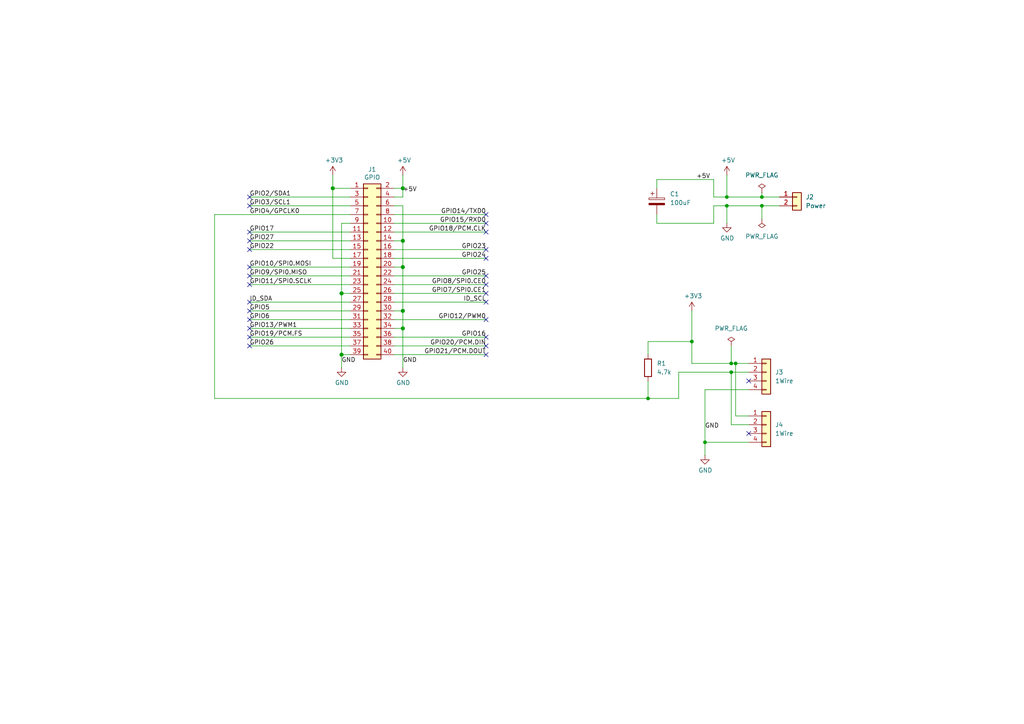
<source format=kicad_sch>
(kicad_sch (version 20250114) (generator "eeschema") (generator_version "9.0")
  (paper "A4")
  (title_block (title "1wie Raspi") (date "15 nov 2012") (rev "1") (company "Guy Corbaz"))
  (lib_symbols
    (symbol "Connector_Generic:Conn_01x02" (pin_names (offset 1.016) (hide yes))
      (property "Reference" "J" (at 0 2.54 0))
      (property "Value" "Conn_01x02" (at 0 -5.08 0))
      (symbol "Conn_01x02_1_1"
        (rectangle (start -1.27 1.27) (end 1.27 -3.81) (stroke (width 0.254)) (fill (type background)))
        (rectangle (start -1.27 0.127) (end 0 -0.127) (stroke (width 0.1524)))
        (rectangle (start -1.27 -2.413) (end 0 -2.667) (stroke (width 0.1524)))
        (pin passive line (at -5.08 0 0) (length 3.81) (name "Pin_1") (number "1"))
        (pin passive line (at -5.08 -2.54 0) (length 3.81) (name "Pin_2") (number "2"))
      )
    )
    (symbol "Connector_Generic:Conn_01x04" (pin_names (offset 1.016) (hide yes))
      (property "Reference" "J" (at 0 5.08 0))
      (property "Value" "Conn_01x04" (at 0 -7.62 0))
      (symbol "Conn_01x04_1_1"
        (rectangle (start -1.27 3.81) (end 1.27 -6.35) (stroke (width 0.254)) (fill (type background)))
        (rectangle (start -1.27 2.667) (end 0 2.413) (stroke (width 0.1524)))
        (rectangle (start -1.27 0.127) (end 0 -0.127) (stroke (width 0.1524)))
        (rectangle (start -1.27 -2.413) (end 0 -2.667) (stroke (width 0.1524)))
        (rectangle (start -1.27 -4.953) (end 0 -5.207) (stroke (width 0.1524)))
        (pin passive line (at -5.08 2.54 0) (length 3.81) (name "Pin_1") (number "1"))
        (pin passive line (at -5.08 0 0) (length 3.81) (name "Pin_2") (number "2"))
        (pin passive line (at -5.08 -2.54 0) (length 3.81) (name "Pin_3") (number "3"))
        (pin passive line (at -5.08 -5.08 0) (length 3.81) (name "Pin_4") (number "4"))
      )
    )
    (symbol "Connector_Generic:Conn_02x20_Odd_Even" (pin_names (offset 1.016) (hide yes))
      (property "Reference" "J" (at 1.27 25.4 0))
      (property "Value" "Conn_02x20_Odd_Even" (at 1.27 -27.94 0))
      (symbol "Conn_02x20_Odd_Even_1_1"
        (rectangle (start -1.27 24.13) (end 3.81 -26.67) (stroke (width 0.254)) (fill (type background)))
        (rectangle (start -1.27 22.987) (end 0 22.733) (stroke (width 0.1524)))
        (rectangle (start -1.27 20.447) (end 0 20.193) (stroke (width 0.1524)))
        (rectangle (start -1.27 17.907) (end 0 17.653) (stroke (width 0.1524)))
        (rectangle (start -1.27 15.367) (end 0 15.113) (stroke (width 0.1524)))
        (rectangle (start -1.27 12.827) (end 0 12.573) (stroke (width 0.1524)))
        (rectangle (start -1.27 10.287) (end 0 10.033) (stroke (width 0.1524)))
        (rectangle (start -1.27 7.747) (end 0 7.493) (stroke (width 0.1524)))
        (rectangle (start -1.27 5.207) (end 0 4.953) (stroke (width 0.1524)))
        (rectangle (start -1.27 2.667) (end 0 2.413) (stroke (width 0.1524)))
        (rectangle (start -1.27 0.127) (end 0 -0.127) (stroke (width 0.1524)))
        (rectangle (start -1.27 -2.413) (end 0 -2.667) (stroke (width 0.1524)))
        (rectangle (start -1.27 -4.953) (end 0 -5.207) (stroke (width 0.1524)))
        (rectangle (start -1.27 -7.493) (end 0 -7.747) (stroke (width 0.1524)))
        (rectangle (start -1.27 -10.033) (end 0 -10.287) (stroke (width 0.1524)))
        (rectangle (start -1.27 -12.573) (end 0 -12.827) (stroke (width 0.1524)))
        (rectangle (start -1.27 -15.113) (end 0 -15.367) (stroke (width 0.1524)))
        (rectangle (start -1.27 -17.653) (end 0 -17.907) (stroke (width 0.1524)))
        (rectangle (start -1.27 -20.193) (end 0 -20.447) (stroke (width 0.1524)))
        (rectangle (start -1.27 -22.733) (end 0 -22.987) (stroke (width 0.1524)))
        (rectangle (start -1.27 -25.273) (end 0 -25.527) (stroke (width 0.1524)))
        (rectangle (start 3.81 22.987) (end 2.54 22.733) (stroke (width 0.1524)))
        (rectangle (start 3.81 20.447) (end 2.54 20.193) (stroke (width 0.1524)))
        (rectangle (start 3.81 17.907) (end 2.54 17.653) (stroke (width 0.1524)))
        (rectangle (start 3.81 15.367) (end 2.54 15.113) (stroke (width 0.1524)))
        (rectangle (start 3.81 12.827) (end 2.54 12.573) (stroke (width 0.1524)))
        (rectangle (start 3.81 10.287) (end 2.54 10.033) (stroke (width 0.1524)))
        (rectangle (start 3.81 7.747) (end 2.54 7.493) (stroke (width 0.1524)))
        (rectangle (start 3.81 5.207) (end 2.54 4.953) (stroke (width 0.1524)))
        (rectangle (start 3.81 2.667) (end 2.54 2.413) (stroke (width 0.1524)))
        (rectangle (start 3.81 0.127) (end 2.54 -0.127) (stroke (width 0.1524)))
        (rectangle (start 3.81 -2.413) (end 2.54 -2.667) (stroke (width 0.1524)))
        (rectangle (start 3.81 -4.953) (end 2.54 -5.207) (stroke (width 0.1524)))
        (rectangle (start 3.81 -7.493) (end 2.54 -7.747) (stroke (width 0.1524)))
        (rectangle (start 3.81 -10.033) (end 2.54 -10.287) (stroke (width 0.1524)))
        (rectangle (start 3.81 -12.573) (end 2.54 -12.827) (stroke (width 0.1524)))
        (rectangle (start 3.81 -15.113) (end 2.54 -15.367) (stroke (width 0.1524)))
        (rectangle (start 3.81 -17.653) (end 2.54 -17.907) (stroke (width 0.1524)))
        (rectangle (start 3.81 -20.193) (end 2.54 -20.447) (stroke (width 0.1524)))
        (rectangle (start 3.81 -22.733) (end 2.54 -22.987) (stroke (width 0.1524)))
        (rectangle (start 3.81 -25.273) (end 2.54 -25.527) (stroke (width 0.1524)))
        (pin passive line (at -5.08 22.86 0) (length 3.81) (name "Pin_1") (number "1"))
        (pin passive line (at -5.08 20.32 0) (length 3.81) (name "Pin_3") (number "3"))
        (pin passive line (at -5.08 17.78 0) (length 3.81) (name "Pin_5") (number "5"))
        (pin passive line (at -5.08 15.24 0) (length 3.81) (name "Pin_7") (number "7"))
        (pin passive line (at -5.08 12.7 0) (length 3.81) (name "Pin_9") (number "9"))
        (pin passive line (at -5.08 10.16 0) (length 3.81) (name "Pin_11") (number "11"))
        (pin passive line (at -5.08 7.62 0) (length 3.81) (name "Pin_13") (number "13"))
        (pin passive line (at -5.08 5.08 0) (length 3.81) (name "Pin_15") (number "15"))
        (pin passive line (at -5.08 2.54 0) (length 3.81) (name "Pin_17") (number "17"))
        (pin passive line (at -5.08 0 0) (length 3.81) (name "Pin_19") (number "19"))
        (pin passive line (at -5.08 -2.54 0) (length 3.81) (name "Pin_21") (number "21"))
        (pin passive line (at -5.08 -5.08 0) (length 3.81) (name "Pin_23") (number "23"))
        (pin passive line (at -5.08 -7.62 0) (length 3.81) (name "Pin_25") (number "25"))
        (pin passive line (at -5.08 -10.16 0) (length 3.81) (name "Pin_27") (number "27"))
        (pin passive line (at -5.08 -12.7 0) (length 3.81) (name "Pin_29") (number "29"))
        (pin passive line (at -5.08 -15.24 0) (length 3.81) (name "Pin_31") (number "31"))
        (pin passive line (at -5.08 -17.78 0) (length 3.81) (name "Pin_33") (number "33"))
        (pin passive line (at -5.08 -20.32 0) (length 3.81) (name "Pin_35") (number "35"))
        (pin passive line (at -5.08 -22.86 0) (length 3.81) (name "Pin_37") (number "37"))
        (pin passive line (at -5.08 -25.4 0) (length 3.81) (name "Pin_39") (number "39"))
        (pin passive line (at 7.62 22.86 180) (length 3.81) (name "Pin_2") (number "2"))
        (pin passive line (at 7.62 20.32 180) (length 3.81) (name "Pin_4") (number "4"))
        (pin passive line (at 7.62 17.78 180) (length 3.81) (name "Pin_6") (number "6"))
        (pin passive line (at 7.62 15.24 180) (length 3.81) (name "Pin_8") (number "8"))
        (pin passive line (at 7.62 12.7 180) (length 3.81) (name "Pin_10") (number "10"))
        (pin passive line (at 7.62 10.16 180) (length 3.81) (name "Pin_12") (number "12"))
        (pin passive line (at 7.62 7.62 180) (length 3.81) (name "Pin_14") (number "14"))
        (pin passive line (at 7.62 5.08 180) (length 3.81) (name "Pin_16") (number "16"))
        (pin passive line (at 7.62 2.54 180) (length 3.81) (name "Pin_18") (number "18"))
        (pin passive line (at 7.62 0 180) (length 3.81) (name "Pin_20") (number "20"))
        (pin passive line (at 7.62 -2.54 180) (length 3.81) (name "Pin_22") (number "22"))
        (pin passive line (at 7.62 -5.08 180) (length 3.81) (name "Pin_24") (number "24"))
        (pin passive line (at 7.62 -7.62 180) (length 3.81) (name "Pin_26") (number "26"))
        (pin passive line (at 7.62 -10.16 180) (length 3.81) (name "Pin_28") (number "28"))
        (pin passive line (at 7.62 -12.7 180) (length 3.81) (name "Pin_30") (number "30"))
        (pin passive line (at 7.62 -15.24 180) (length 3.81) (name "Pin_32") (number "32"))
        (pin passive line (at 7.62 -17.78 180) (length 3.81) (name "Pin_34") (number "34"))
        (pin passive line (at 7.62 -20.32 180) (length 3.81) (name "Pin_36") (number "36"))
        (pin passive line (at 7.62 -22.86 180) (length 3.81) (name "Pin_38") (number "38"))
        (pin passive line (at 7.62 -25.4 180) (length 3.81) (name "Pin_40") (number "40"))
      )
    )
    (symbol "Device:C_Polarized" (pin_numbers (hide yes)) (pin_names (offset 0.254))
      (property "Reference" "C" (at 0.635 2.54 0))
      (property "Value" "C_Polarized" (at 0.635 -2.54 0))
      (symbol "C_Polarized_0_1"
        (rectangle (start -2.286 0.508) (end 2.286 1.016))
        (polyline (pts (xy -1.778 2.286) (xy -0.762 2.286)))
        (polyline (pts (xy -1.27 2.794) (xy -1.27 1.778)))
        (rectangle (start 2.286 -0.508) (end -2.286 -1.016) (fill (type outline)))
      )
      (symbol "C_Polarized_1_1"
        (pin passive line (at 0 3.81 270) (length 2.794) (name "~") (number "1"))
        (pin passive line (at 0 -3.81 90) (length 2.794) (name "~") (number "2"))
      )
    )
    (symbol "Device:R" (pin_numbers (hide yes)) (pin_names (offset 0))
      (property "Reference" "R" (at 2.032 0 90))
      (property "Value" "R" (at 0 0 90))
      (symbol "R_0_1"
        (rectangle (start -1.016 -2.54) (end 1.016 2.54) (stroke (width 0.254)))
      )
      (symbol "R_1_1"
        (pin passive line (at 0 3.81 270) (length 1.27) (name "~") (number "1"))
        (pin passive line (at 0 -3.81 90) (length 1.27) (name "~") (number "2"))
      )
    )
    (symbol "power:+3.3V" (power) (pin_numbers (hide yes)) (pin_names (offset 0) (hide yes))
      (property "Value" "+3.3V" (at 0 3.556 0))
      (symbol "+3.3V_0_1"
        (polyline (pts (xy -0.762 1.27) (xy 0 2.54)))
        (polyline (pts (xy 0 2.54) (xy 0.762 1.27)))
        (polyline (pts (xy 0 0) (xy 0 2.54)))
      )
      (symbol "+3.3V_1_1"
        (pin power_in line (at 0 0 90) (length 0) (name "~") (number "1"))
      )
    )
    (symbol "power:+5V" (power) (pin_numbers (hide yes)) (pin_names (offset 0) (hide yes))
      (property "Value" "+5V" (at 0 3.556 0))
      (symbol "+5V_0_1"
        (polyline (pts (xy -0.762 1.27) (xy 0 2.54)))
        (polyline (pts (xy 0 2.54) (xy 0.762 1.27)))
        (polyline (pts (xy 0 0) (xy 0 2.54)))
      )
      (symbol "+5V_1_1"
        (pin power_in line (at 0 0 90) (length 0) (name "~") (number "1"))
      )
    )
    (symbol "power:GND" (power) (pin_numbers (hide yes)) (pin_names (offset 0) (hide yes))
      (property "Value" "GND" (at 0 -3.81 0))
      (symbol "GND_0_1"
        (polyline (pts (xy 0 0) (xy 0 -1.27) (xy 1.27 -1.27) (xy 0 -2.54) (xy -1.27 -1.27) (xy 0 -1.27)))
      )
      (symbol "GND_1_1"
        (pin power_in line (at 0 0 270) (length 0) (name "~") (number "1"))
      )
    )
    (symbol "power:PWR_FLAG" (power) (pin_numbers (hide yes)) (pin_names (offset 0) (hide yes))
      (property "Value" "PWR_FLAG" (at 0 3.81 0))
      (symbol "PWR_FLAG_0_0"
        (pin power_out line (at 0 0 90) (length 0) (name "~") (number "1"))
      )
      (symbol "PWR_FLAG_0_1"
        (polyline (pts (xy 0 0) (xy 0 1.27) (xy -1.016 1.905) (xy 0 2.54) (xy 1.016 1.905) (xy 0 1.27)))
      )
    )
  )
  (text " " (at 179.07 180.34 0) (effects (font (size 1.27 1.27)) (justify left bottom)))
  (junction (at 220.98 57.15))
  (junction (at 212.09 105.41))
  (junction (at 116.84 54.61) (diameter 1.016))
  (junction (at 116.84 69.85) (diameter 1.016))
  (junction (at 204.47 128.27))
  (junction (at 213.36 105.41))
  (junction (at 187.96 115.57))
  (junction (at 200.66 99.06))
  (junction (at 99.06 102.87) (diameter 1.016))
  (junction (at 99.06 85.09) (diameter 1.016))
  (junction (at 116.84 95.25) (diameter 1.016))
  (junction (at 210.82 57.15))
  (junction (at 212.09 107.95))
  (junction (at 210.82 59.69))
  (junction (at 116.84 90.17) (diameter 1.016))
  (junction (at 116.84 77.47) (diameter 1.016))
  (junction (at 220.98 59.69))
  (junction (at 96.52 54.61) (diameter 1.016))
  (no_connect (at 140.97 92.71))
  (no_connect (at 72.39 97.79))
  (no_connect (at 72.39 77.47))
  (no_connect (at 140.97 97.79))
  (no_connect (at 140.97 85.09))
  (no_connect (at 140.97 64.77))
  (no_connect (at 72.39 100.33))
  (no_connect (at 72.39 90.17))
  (no_connect (at 140.97 80.01))
  (no_connect (at 72.39 95.25))
  (no_connect (at 140.97 100.33))
  (no_connect (at 140.97 72.39))
  (no_connect (at 140.97 62.23))
  (no_connect (at 140.97 102.87))
  (no_connect (at 72.39 72.39))
  (no_connect (at 72.39 59.69))
  (no_connect (at 72.39 67.31))
  (no_connect (at 72.39 87.63))
  (no_connect (at 140.97 87.63))
  (no_connect (at 217.17 110.49))
  (no_connect (at 217.17 125.73))
  (no_connect (at 72.39 82.55))
  (no_connect (at 72.39 57.15))
  (no_connect (at 140.97 82.55))
  (no_connect (at 140.97 67.31))
  (no_connect (at 140.97 74.93))
  (no_connect (at 72.39 80.01))
  (no_connect (at 72.39 69.85))
  (no_connect (at 72.39 92.71))
  (wire (pts (xy 220.98 59.69) (xy 220.98 63.5)))
  (wire (pts (xy 99.06 85.09) (xy 99.06 102.87)))
  (wire (pts (xy 114.3 85.09) (xy 140.97 85.09)))
  (wire (pts (xy 101.6 67.31) (xy 72.39 67.31)))
  (wire (pts (xy 190.5 52.07) (xy 207.01 52.07)))
  (wire (pts (xy 116.84 59.69) (xy 116.84 69.85)))
  (wire (pts (xy 116.84 77.47) (xy 114.3 77.47)))
  (wire (pts (xy 116.84 90.17) (xy 116.84 95.25)))
  (wire (pts (xy 207.01 52.07) (xy 207.01 57.15)))
  (wire (pts (xy 210.82 50.8) (xy 210.82 57.15)))
  (wire (pts (xy 213.36 120.65) (xy 213.36 105.41)))
  (wire (pts (xy 116.84 77.47) (xy 116.84 90.17)))
  (wire (pts (xy 114.3 62.23) (xy 140.97 62.23)))
  (wire (pts (xy 99.06 64.77) (xy 99.06 85.09)))
  (wire (pts (xy 196.85 115.57) (xy 196.85 107.95)))
  (wire (pts (xy 99.06 64.77) (xy 101.6 64.77)))
  (wire (pts (xy 114.3 82.55) (xy 140.97 82.55)))
  (wire (pts (xy 101.6 87.63) (xy 72.39 87.63)))
  (wire (pts (xy 72.39 90.17) (xy 101.6 90.17)))
  (wire (pts (xy 196.85 107.95) (xy 212.09 107.95)))
  (wire (pts (xy 99.06 85.09) (xy 101.6 85.09)))
  (wire (pts (xy 220.98 59.69) (xy 210.82 59.69)))
  (wire (pts (xy 114.3 72.39) (xy 140.97 72.39)))
  (wire (pts (xy 114.3 102.87) (xy 140.97 102.87)))
  (wire (pts (xy 72.39 69.85) (xy 101.6 69.85)))
  (wire (pts (xy 187.96 99.06) (xy 200.66 99.06)))
  (wire (pts (xy 96.52 50.8) (xy 96.52 54.61)))
  (wire (pts (xy 212.09 105.41) (xy 200.66 105.41)))
  (wire (pts (xy 204.47 128.27) (xy 217.17 128.27)))
  (wire (pts (xy 187.96 110.49) (xy 187.96 115.57)))
  (wire (pts (xy 116.84 95.25) (xy 114.3 95.25)))
  (wire (pts (xy 212.09 107.95) (xy 217.17 107.95)))
  (wire (pts (xy 72.39 59.69) (xy 101.6 59.69)))
  (wire (pts (xy 217.17 123.19) (xy 212.09 123.19)))
  (wire (pts (xy 190.5 54.61) (xy 190.5 52.07)))
  (wire (pts (xy 72.39 82.55) (xy 101.6 82.55)))
  (wire (pts (xy 96.52 74.93) (xy 101.6 74.93)))
  (wire (pts (xy 217.17 105.41) (xy 213.36 105.41)))
  (wire (pts (xy 220.98 55.88) (xy 220.98 57.15)))
  (wire (pts (xy 101.6 57.15) (xy 72.39 57.15)))
  (wire (pts (xy 116.84 54.61) (xy 116.84 57.15)))
  (wire (pts (xy 207.01 57.15) (xy 210.82 57.15)))
  (wire (pts (xy 190.5 64.77) (xy 207.01 64.77)))
  (wire (pts (xy 116.84 69.85) (xy 116.84 77.47)))
  (wire (pts (xy 114.3 67.31) (xy 140.97 67.31)))
  (wire (pts (xy 116.84 69.85) (xy 114.3 69.85)))
  (wire (pts (xy 116.84 50.8) (xy 116.84 54.61)))
  (wire (pts (xy 207.01 64.77) (xy 207.01 59.69)))
  (wire (pts (xy 116.84 54.61) (xy 114.3 54.61)))
  (wire (pts (xy 96.52 54.61) (xy 96.52 74.93)))
  (wire (pts (xy 114.3 74.93) (xy 140.97 74.93)))
  (wire (pts (xy 213.36 105.41) (xy 212.09 105.41)))
  (wire (pts (xy 114.3 64.77) (xy 140.97 64.77)))
  (wire (pts (xy 226.06 57.15) (xy 220.98 57.15)))
  (wire (pts (xy 72.39 72.39) (xy 101.6 72.39)))
  (wire (pts (xy 204.47 113.03) (xy 204.47 128.27)))
  (wire (pts (xy 72.39 80.01) (xy 101.6 80.01)))
  (wire (pts (xy 217.17 113.03) (xy 204.47 113.03)))
  (wire (pts (xy 72.39 92.71) (xy 101.6 92.71)))
  (wire (pts (xy 210.82 57.15) (xy 220.98 57.15)))
  (wire (pts (xy 116.84 57.15) (xy 114.3 57.15)))
  (wire (pts (xy 190.5 62.23) (xy 190.5 64.77)))
  (wire (pts (xy 72.39 97.79) (xy 101.6 97.79)))
  (wire (pts (xy 62.23 62.23) (xy 101.6 62.23)))
  (wire (pts (xy 210.82 59.69) (xy 210.82 64.77)))
  (wire (pts (xy 114.3 97.79) (xy 140.97 97.79)))
  (wire (pts (xy 212.09 100.33) (xy 212.09 105.41)))
  (wire (pts (xy 114.3 92.71) (xy 140.97 92.71)))
  (wire (pts (xy 99.06 102.87) (xy 101.6 102.87)))
  (wire (pts (xy 217.17 120.65) (xy 213.36 120.65)))
  (wire (pts (xy 114.3 100.33) (xy 140.97 100.33)))
  (wire (pts (xy 116.84 59.69) (xy 114.3 59.69)))
  (wire (pts (xy 72.39 100.33) (xy 101.6 100.33)))
  (wire (pts (xy 200.66 105.41) (xy 200.66 99.06)))
  (wire (pts (xy 99.06 102.87) (xy 99.06 106.68)))
  (wire (pts (xy 207.01 59.69) (xy 210.82 59.69)))
  (wire (pts (xy 204.47 128.27) (xy 204.47 132.08)))
  (wire (pts (xy 62.23 62.23) (xy 62.23 115.57)))
  (wire (pts (xy 212.09 123.19) (xy 212.09 107.95)))
  (wire (pts (xy 116.84 95.25) (xy 116.84 106.68)))
  (wire (pts (xy 187.96 115.57) (xy 196.85 115.57)))
  (wire (pts (xy 114.3 80.01) (xy 140.97 80.01)))
  (wire (pts (xy 101.6 95.25) (xy 72.39 95.25)))
  (wire (pts (xy 187.96 102.87) (xy 187.96 99.06)))
  (wire (pts (xy 116.84 90.17) (xy 114.3 90.17)))
  (wire (pts (xy 96.52 54.61) (xy 101.6 54.61)))
  (wire (pts (xy 62.23 115.57) (xy 187.96 115.57)))
  (wire (pts (xy 101.6 77.47) (xy 72.39 77.47)))
  (wire (pts (xy 114.3 87.63) (xy 140.97 87.63)))
  (wire (pts (xy 200.66 90.17) (xy 200.66 99.06)))
  (wire (pts (xy 226.06 59.69) (xy 220.98 59.69)))
  (label "ID_SDA" (at 72.39 87.63 0))
  (label "GPIO6" (at 72.39 92.71 0))
  (label "ID_SCL" (at 140.97 87.63 180))
  (label "GPIO5" (at 72.39 90.17 0))
  (label "GND" (at 99.06 105.41 0))
  (label "GPIO21{slash}PCM.DOUT" (at 140.97 102.87 180))
  (label "GND" (at 204.47 124.46 0))
  (label "GND" (at 116.84 105.41 0))
  (label "GPIO19{slash}PCM.FS" (at 72.39 97.79 0))
  (label "GPIO10{slash}SPI0.MOSI" (at 72.39 77.47 0))
  (label "GPIO9{slash}SPI0.MISO" (at 72.39 80.01 0))
  (label "GPIO23" (at 140.97 72.39 180))
  (label "GPIO4{slash}GPCLK0" (at 72.39 62.23 0))
  (label "GPIO27" (at 72.39 69.85 0))
  (label "GPIO26" (at 72.39 100.33 0))
  (label "GPIO14{slash}TXD0" (at 140.97 62.23 180))
  (label "GPIO8{slash}SPI0.CE0" (at 140.97 82.55 180))
  (label "GPIO15{slash}RXD0" (at 140.97 64.77 180))
  (label "GPIO16" (at 140.97 97.79 180))
  (label "GPIO22" (at 72.39 72.39 0))
  (label "GPIO2{slash}SDA1" (at 72.39 57.15 0))
  (label "GPIO17" (at 72.39 67.31 0))
  (label "+5V" (at 116.84 55.88 0))
  (label "GPIO25" (at 140.97 80.01 180))
  (label "GPIO3{slash}SCL1" (at 72.39 59.69 0))
  (label "GPIO18{slash}PCM.CLK" (at 140.97 67.31 180))
  (label "GPIO12{slash}PWM0" (at 140.97 92.71 180))
  (label "GPIO13{slash}PWM1" (at 72.39 95.25 0))
  (label "GPIO20{slash}PCM.DIN" (at 140.97 100.33 180))
  (label "GPIO24" (at 140.97 74.93 180))
  (label "GPIO7{slash}SPI0.CE1" (at 140.97 85.09 180))
  (label "+5V" (at 201.93 52.07 0))
  (label "GPIO11{slash}SPI0.SCLK" (at 72.39 82.55 0))
  (symbol (lib_id "power:+5V") (at 116.84 50.8 0) (unit 1)
    (property "Reference" "#PWR01" (effects (hide yes)))
    (property "Value" "+5V" (at 117.2083 46.4756 0))
    (property "Description" "Power symbol creates a global label with name \"+5V\"" (effects (hide yes)))
  )
  (symbol (lib_id "power:+3.3V") (at 96.52 50.8 0) (unit 1)
    (property "Reference" "#PWR04" (effects (hide yes)))
    (property "Value" "+3V3" (at 96.8883 46.4756 0))
    (property "Description" "Power symbol creates a global label with name \"+3.3V\"" (effects (hide yes)))
  )
  (symbol (lib_id "power:GND") (at 116.84 106.68 0) (unit 1)
    (property "Reference" "#PWR02" (effects (hide yes)))
    (property "Value" "GND" (at 116.9543 111.0044 0))
    (property "Description" "Power symbol creates a global label with name \"GND\" , ground" (effects (hide yes)))
  )
  (symbol (lib_id "power:GND") (at 99.06 106.68 0) (unit 1)
    (property "Reference" "#PWR03" (effects (hide yes)))
    (property "Value" "GND" (at 99.1743 111.0044 0))
    (property "Description" "Power symbol creates a global label with name \"GND\" , ground" (effects (hide yes)))
  )
  (symbol (lib_id "Connector_Generic:Conn_02x20_Odd_Even") (at 106.68 77.47 0) (unit 1)
    (property "Reference" "J1" (at 107.95 49.1298 0))
    (property "Value" "GPIO" (at 107.95 51.435 0))
    (property "Footprint" "Connector_PinSocket_2.54mm:PinSocket_2x20_P2.54mm_Vertical" (effects (hide yes)))
    (property "Description" "Generic connector, double row, 02x20, odd/even pin numbering scheme (row 1 odd numbers, row 2 even numbers), script generated (kicad-library-utils/schlib/autogen/connector/)" (effects (hide yes)))
  )
  (symbol (lib_id "power:+3.3V") (at 200.66 90.17 0) (unit 1)
    (property "Reference" "#PWR08" (effects (hide yes)))
    (property "Value" "+3V3" (at 201.0283 85.8456 0))
    (property "Description" "Power symbol creates a global label with name \"+3.3V\"" (effects (hide yes)))
  )
  (symbol (lib_id "Connector_Generic:Conn_01x04") (at 222.25 107.95 0) (unit 1)
    (property "Reference" "J3" (at 224.79 107.9499 0) (effects (justify left)))
    (property "Value" "1Wire" (at 224.79 110.4899 0) (effects (justify left)))
    (property "Footprint" "Connector_Molex:Molex_Micro-Fit_3.0_43045-0412_2x02_P3.00mm_Vertical" (effects (hide yes)))
    (property "Description" "Generic connector, single row, 01x04, script generated (kicad-library-utils/schlib/autogen/connector/)" (effects (hide yes)))
  )
  (symbol (lib_id "power:PWR_FLAG") (at 220.98 55.88 0) (unit 1)
    (property "Reference" "#FLG01" (effects (hide yes)))
    (property "Value" "PWR_FLAG" (at 220.98 50.8 0))
    (property "Description" "Special symbol for telling ERC where power comes from" (effects (hide yes)))
  )
  (symbol (lib_id "Connector_Generic:Conn_01x02") (at 231.14 57.15 0) (unit 1)
    (property "Reference" "J2" (at 233.68 57.1499 0) (effects (justify left)))
    (property "Value" "Power" (at 233.68 59.6899 0) (effects (justify left)))
    (property "Footprint" "Connector_Molex:Molex_Micro-Fit_3.0_43045-0212_2x01_P3.00mm_Vertical" (effects (hide yes)))
    (property "Description" "Generic connector, single row, 01x02, script generated (kicad-library-utils/schlib/autogen/connector/)" (effects (hide yes)))
  )
  (symbol (lib_id "Device:R") (at 187.96 106.68 0) (unit 1)
    (property "Reference" "R1" (at 190.5 105.4099 0) (effects (justify left)))
    (property "Value" "4.7k" (at 190.5 107.9499 0) (effects (justify left)))
    (property "Footprint" "Resistor_THT:R_Axial_DIN0204_L3.6mm_D1.6mm_P7.62mm_Horizontal" (effects (hide yes)))
    (property "Description" "Resistor" (effects (hide yes)))
  )
  (symbol (lib_id "Connector_Generic:Conn_01x04") (at 222.25 123.19 0) (unit 1)
    (property "Reference" "J4" (at 224.79 123.1899 0) (effects (justify left)))
    (property "Value" "1Wire" (at 224.79 125.7299 0) (effects (justify left)))
    (property "Footprint" "Connector_Molex:Molex_Micro-Fit_3.0_43045-0412_2x02_P3.00mm_Vertical" (effects (hide yes)))
    (property "Description" "Generic connector, single row, 01x04, script generated (kicad-library-utils/schlib/autogen/connector/)" (effects (hide yes)))
  )
  (symbol (lib_id "power:+5V") (at 210.82 50.8 0) (unit 1)
    (property "Reference" "#PWR07" (effects (hide yes)))
    (property "Value" "+5V" (at 211.1883 46.4756 0))
    (property "Description" "Power symbol creates a global label with name \"+5V\"" (effects (hide yes)))
  )
  (symbol (lib_id "power:GND") (at 210.82 64.77 0) (unit 1)
    (property "Reference" "#PWR06" (effects (hide yes)))
    (property "Value" "GND" (at 210.9343 69.0944 0))
    (property "Description" "Power symbol creates a global label with name \"GND\" , ground" (effects (hide yes)))
  )
  (symbol (lib_id "power:PWR_FLAG") (at 220.98 63.5 180) (unit 1)
    (property "Reference" "#FLG02" (effects (hide yes)))
    (property "Value" "PWR_FLAG" (at 220.98 68.58 0))
    (property "Description" "Special symbol for telling ERC where power comes from" (effects (hide yes)))
  )
  (symbol (lib_id "power:GND") (at 204.47 132.08 0) (unit 1)
    (property "Reference" "#PWR05" (effects (hide yes)))
    (property "Value" "GND" (at 204.5843 136.4044 0))
    (property "Description" "Power symbol creates a global label with name \"GND\" , ground" (effects (hide yes)))
  )
  (symbol (lib_id "Device:C_Polarized") (at 190.5 58.42 0) (unit 1)
    (property "Reference" "C1" (at 194.31 56.2609 0) (effects (justify left)))
    (property "Value" "100uF" (at 194.31 58.8009 0) (effects (justify left)))
    (property "Footprint" "Capacitor_THT:CP_Radial_D5.0mm_P2.00mm" (effects (hide yes)))
    (property "Description" "Polarized capacitor" (effects (hide yes)))
  )
  (symbol (lib_id "power:PWR_FLAG") (at 212.09 100.33 0) (unit 1)
    (property "Reference" "#FLG03" (effects (hide yes)))
    (property "Value" "PWR_FLAG" (at 212.09 95.25 0))
    (property "Description" "Special symbol for telling ERC where power comes from" (effects (hide yes)))
  )
)
</source>
